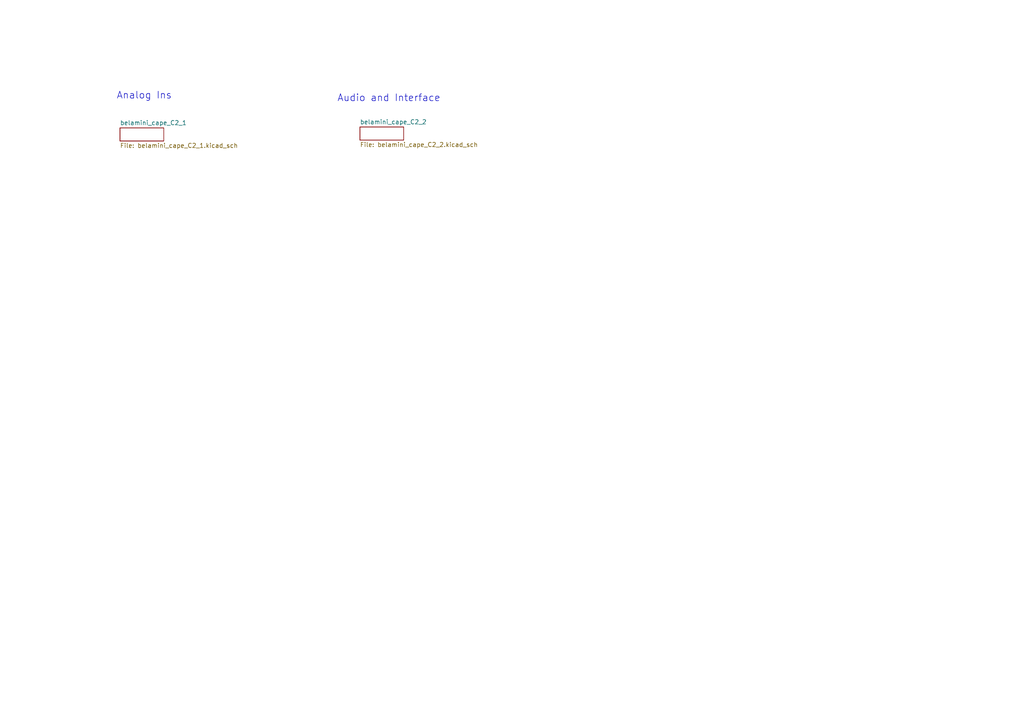
<source format=kicad_sch>
(kicad_sch (version 20211123) (generator eeschema)
  (paper "A4")
  (title_block (title "Bela Mini") (date "2022-05-17") (rev "C2") (company "Augmented Instruments Ltd"))
  (lib_symbols)
  (text "Analog Ins" (at 33.782 28.956 0) (effects (font (size 2 2)) (justify left bottom)))
  (text "Audio and Interface" (at 97.79 29.718 0) (effects (font (size 2 2)) (justify left bottom)))
  (sheet (at 34.798 37.084) (size 12.7 3.81)
    (property "Sheet name" "belamini_cape_C2_1" (at 34.798 36.3724 0) (effects (justify left bottom)))
    (property "Sheet file" "belamini_cape_C2_1.kicad_sch" (at 34.798 41.4786 0) (effects (justify left top)))
  )
  (sheet (at 104.394 36.83) (size 12.7 3.81)
    (property "Sheet name" "belamini_cape_C2_2" (at 104.394 36.1184 0) (effects (justify left bottom)))
    (property "Sheet file" "belamini_cape_C2_2.kicad_sch" (at 104.394 41.2246 0) (effects (justify left top)))
  )
)
</source>
